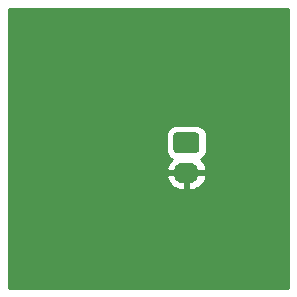
<source format=gbr>
%TF.GenerationSoftware,KiCad,Pcbnew,(5.1.6)-1*%
%TF.CreationDate,2020-07-14T15:19:12+02:00*%
%TF.ProjectId,LED Project,4c454420-5072-46f6-9a65-63742e6b6963,rev?*%
%TF.SameCoordinates,Original*%
%TF.FileFunction,Copper,L2,Bot*%
%TF.FilePolarity,Positive*%
%FSLAX46Y46*%
G04 Gerber Fmt 4.6, Leading zero omitted, Abs format (unit mm)*
G04 Created by KiCad (PCBNEW (5.1.6)-1) date 2020-07-14 15:19:12*
%MOMM*%
%LPD*%
G01*
G04 APERTURE LIST*
%TA.AperFunction,ComponentPad*%
%ADD10O,2.190000X1.740000*%
%TD*%
%TA.AperFunction,ViaPad*%
%ADD11C,0.800000*%
%TD*%
%TA.AperFunction,Conductor*%
%ADD12C,0.254000*%
%TD*%
G04 APERTURE END LIST*
D10*
%TO.P,J1,2*%
%TO.N,GND*%
X140705000Y-94540000D03*
%TO.P,J1,1*%
%TO.N,+3V3*%
%TA.AperFunction,ComponentPad*%
G36*
G01*
X139859999Y-91130000D02*
X141550001Y-91130000D01*
G75*
G02*
X141800000Y-91379999I0J-249999D01*
G01*
X141800000Y-92620001D01*
G75*
G02*
X141550001Y-92870000I-249999J0D01*
G01*
X139859999Y-92870000D01*
G75*
G02*
X139610000Y-92620001I0J249999D01*
G01*
X139610000Y-91379999D01*
G75*
G02*
X139859999Y-91130000I249999J0D01*
G01*
G37*
%TD.AperFunction*%
%TD*%
D11*
%TO.N,GND*%
X136300000Y-98800000D03*
%TD*%
D12*
%TO.N,GND*%
G36*
X149340000Y-104340000D02*
G01*
X125660000Y-104340000D01*
X125660000Y-94900031D01*
X139018698Y-94900031D01*
X139035449Y-94987591D01*
X139150526Y-95260809D01*
X139316694Y-95506326D01*
X139527567Y-95714708D01*
X139775042Y-95877947D01*
X140049608Y-95989769D01*
X140340714Y-96045877D01*
X140578000Y-95890376D01*
X140578000Y-94667000D01*
X140832000Y-94667000D01*
X140832000Y-95890376D01*
X141069286Y-96045877D01*
X141360392Y-95989769D01*
X141634958Y-95877947D01*
X141882433Y-95714708D01*
X142093306Y-95506326D01*
X142259474Y-95260809D01*
X142374551Y-94987591D01*
X142391302Y-94900031D01*
X142270246Y-94667000D01*
X140832000Y-94667000D01*
X140578000Y-94667000D01*
X139139754Y-94667000D01*
X139018698Y-94900031D01*
X125660000Y-94900031D01*
X125660000Y-91379999D01*
X138971928Y-91379999D01*
X138971928Y-92620001D01*
X138988992Y-92793255D01*
X139039528Y-92959851D01*
X139121595Y-93113387D01*
X139232038Y-93247962D01*
X139366613Y-93358405D01*
X139475590Y-93416655D01*
X139316694Y-93573674D01*
X139150526Y-93819191D01*
X139035449Y-94092409D01*
X139018698Y-94179969D01*
X139139754Y-94413000D01*
X140578000Y-94413000D01*
X140578000Y-94393000D01*
X140832000Y-94393000D01*
X140832000Y-94413000D01*
X142270246Y-94413000D01*
X142391302Y-94179969D01*
X142374551Y-94092409D01*
X142259474Y-93819191D01*
X142093306Y-93573674D01*
X141934410Y-93416655D01*
X142043387Y-93358405D01*
X142177962Y-93247962D01*
X142288405Y-93113387D01*
X142370472Y-92959851D01*
X142421008Y-92793255D01*
X142438072Y-92620001D01*
X142438072Y-91379999D01*
X142421008Y-91206745D01*
X142370472Y-91040149D01*
X142288405Y-90886613D01*
X142177962Y-90752038D01*
X142043387Y-90641595D01*
X141889851Y-90559528D01*
X141723255Y-90508992D01*
X141550001Y-90491928D01*
X139859999Y-90491928D01*
X139686745Y-90508992D01*
X139520149Y-90559528D01*
X139366613Y-90641595D01*
X139232038Y-90752038D01*
X139121595Y-90886613D01*
X139039528Y-91040149D01*
X138988992Y-91206745D01*
X138971928Y-91379999D01*
X125660000Y-91379999D01*
X125660000Y-80660000D01*
X149340001Y-80660000D01*
X149340000Y-104340000D01*
G37*
X149340000Y-104340000D02*
X125660000Y-104340000D01*
X125660000Y-94900031D01*
X139018698Y-94900031D01*
X139035449Y-94987591D01*
X139150526Y-95260809D01*
X139316694Y-95506326D01*
X139527567Y-95714708D01*
X139775042Y-95877947D01*
X140049608Y-95989769D01*
X140340714Y-96045877D01*
X140578000Y-95890376D01*
X140578000Y-94667000D01*
X140832000Y-94667000D01*
X140832000Y-95890376D01*
X141069286Y-96045877D01*
X141360392Y-95989769D01*
X141634958Y-95877947D01*
X141882433Y-95714708D01*
X142093306Y-95506326D01*
X142259474Y-95260809D01*
X142374551Y-94987591D01*
X142391302Y-94900031D01*
X142270246Y-94667000D01*
X140832000Y-94667000D01*
X140578000Y-94667000D01*
X139139754Y-94667000D01*
X139018698Y-94900031D01*
X125660000Y-94900031D01*
X125660000Y-91379999D01*
X138971928Y-91379999D01*
X138971928Y-92620001D01*
X138988992Y-92793255D01*
X139039528Y-92959851D01*
X139121595Y-93113387D01*
X139232038Y-93247962D01*
X139366613Y-93358405D01*
X139475590Y-93416655D01*
X139316694Y-93573674D01*
X139150526Y-93819191D01*
X139035449Y-94092409D01*
X139018698Y-94179969D01*
X139139754Y-94413000D01*
X140578000Y-94413000D01*
X140578000Y-94393000D01*
X140832000Y-94393000D01*
X140832000Y-94413000D01*
X142270246Y-94413000D01*
X142391302Y-94179969D01*
X142374551Y-94092409D01*
X142259474Y-93819191D01*
X142093306Y-93573674D01*
X141934410Y-93416655D01*
X142043387Y-93358405D01*
X142177962Y-93247962D01*
X142288405Y-93113387D01*
X142370472Y-92959851D01*
X142421008Y-92793255D01*
X142438072Y-92620001D01*
X142438072Y-91379999D01*
X142421008Y-91206745D01*
X142370472Y-91040149D01*
X142288405Y-90886613D01*
X142177962Y-90752038D01*
X142043387Y-90641595D01*
X141889851Y-90559528D01*
X141723255Y-90508992D01*
X141550001Y-90491928D01*
X139859999Y-90491928D01*
X139686745Y-90508992D01*
X139520149Y-90559528D01*
X139366613Y-90641595D01*
X139232038Y-90752038D01*
X139121595Y-90886613D01*
X139039528Y-91040149D01*
X138988992Y-91206745D01*
X138971928Y-91379999D01*
X125660000Y-91379999D01*
X125660000Y-80660000D01*
X149340001Y-80660000D01*
X149340000Y-104340000D01*
%TD*%
M02*

</source>
